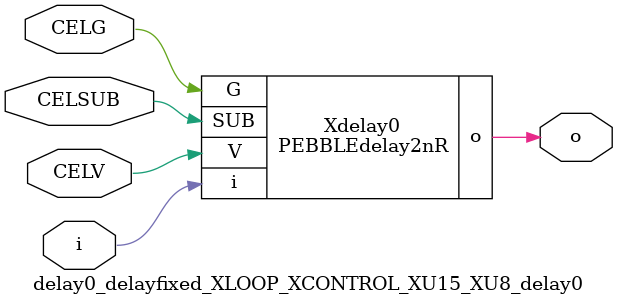
<source format=v>



module PEBBLEdelay2nR ( o, V, G, i, SUB );

  input V;
  input i;
  input G;
  output o;
  input SUB;
endmodule

//Celera Confidential Do Not Copy delay0_delayfixed_XLOOP_XCONTROL_XU15_XU8_delay0
//TYPE: fixed 2ns
module delay0_delayfixed_XLOOP_XCONTROL_XU15_XU8_delay0 (i, CELV, o,
CELG,CELSUB);
input CELV;
input i;
output o;
input CELSUB;
input CELG;

//Celera Confidential Do Not Copy delayfast0
PEBBLEdelay2nR Xdelay0(
.V (CELV),
.i (i),
.o (o),
.G (CELG),
.SUB (CELSUB)
);
//,diesize,PEBBLEdelay2nR

//Celera Confidential Do Not Copy Module End
//Celera Schematic Generator
endmodule

</source>
